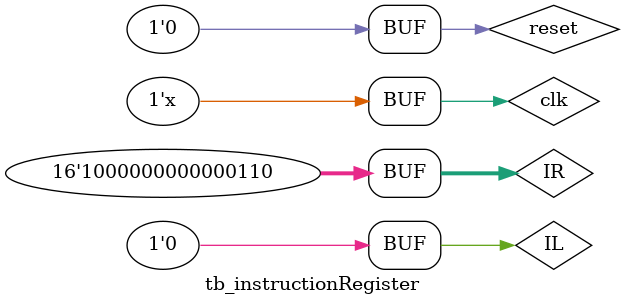
<source format=v>
`timescale 1ns / 1ps


module tb_instructionRegister;

	// Inputs
	reg clk;
	reg reset;
	reg IL;
	reg [15:0] IR;

	// Outputs
	wire [15:12] opcode;
	wire [11:8] DA;
	wire [7:4] AA;
	wire [3:0] BA;

	// Instantiate the Unit Under Test (UUT)
	instructionRegister uut (
		.clk(clk), 
		.reset(reset), 
		.IL(IL), 
		.IR(IR), 
		.opcode(opcode), 
		.DA(DA), 
		.AA(AA), 
		.BA(BA)
	);

	initial begin
		// Initialize Inputs
		clk = 0;
		reset = 1;
		IL = 0;
		IR = 0;
		#10;
		reset = 0;
		IR = 16'h8006;

	end
		always #10 clk = ~clk;
      
endmodule


</source>
